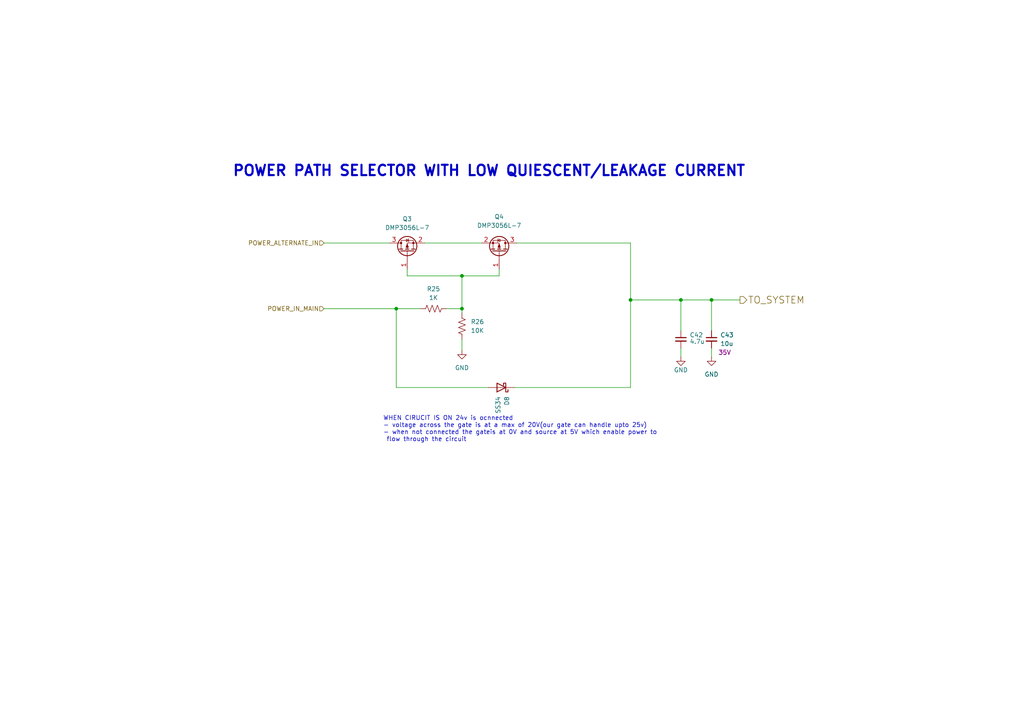
<source format=kicad_sch>
(kicad_sch (version 20230121) (generator eeschema)
  (paper "A4")
  (title_block (title "ELIESTAR") (date "2023-06-20") (rev "2.0") (company "GEVITON") (comment 2 "Reviewed By: Timoty Kyalo") (comment 3 "Designed By: Robert Mutura") (comment 4 "ELIESTAR"))
  (lib_symbols
    (symbol "Device:C_Small" (pin_numbers hide) (pin_names (offset 0.254) hide)
      (property "Reference" "C" (at 0.254 1.778 0))
      (property "Value" "C_Small" (at 0.254 -2.032 0))
      (symbol "C_Small_0_1"
        (polyline (pts (xy -1.524 -0.508) (xy 1.524 -0.508)) (stroke (width 0.3302)))
        (polyline (pts (xy -1.524 0.508) (xy 1.524 0.508)) (stroke (width 0.3048)))
      )
      (symbol "C_Small_1_1"
        (pin passive line (at 0 2.54 270) (length 2.032) (name "~") (number "1"))
        (pin passive line (at 0 -2.54 90) (length 2.032) (name "~") (number "2"))
      )
    )
    (symbol "Device:D_Schottky" (pin_numbers hide) (pin_names (offset 1.016) hide)
      (property "Reference" "D" (at 0 2.54 0))
      (property "Value" "D_Schottky" (at 0 -2.54 0))
      (symbol "D_Schottky_0_1"
        (polyline (pts (xy 1.27 0) (xy -1.27 0)))
        (polyline (pts (xy 1.27 1.27) (xy 1.27 -1.27) (xy -1.27 0) (xy 1.27 1.27)) (stroke (width 0.254)))
        (polyline (pts (xy -1.905 0.635) (xy -1.905 1.27) (xy -1.27 1.27) (xy -1.27 -1.27) (xy -0.635 -1.27) (xy -0.635 -0.635)) (stroke (width 0.254)))
      )
      (symbol "D_Schottky_1_1"
        (pin passive line (at -3.81 0 0) (length 2.54) (name "K") (number "1"))
        (pin passive line (at 3.81 0 180) (length 2.54) (name "A") (number "2"))
      )
    )
    (symbol "Device:Q_PMOS_GSD" (pin_names (offset 0) hide)
      (property "Reference" "Q" (at 5.08 1.27 0))
      (property "Value" "Q_PMOS_GSD" (at 5.08 -1.27 0))
      (symbol "Q_PMOS_GSD_0_1"
        (polyline (pts (xy 0.254 0) (xy -2.54 0)))
        (polyline (pts (xy 0.254 1.905) (xy 0.254 -1.905)) (stroke (width 0.254)))
        (polyline (pts (xy 0.762 -1.27) (xy 0.762 -2.286)) (stroke (width 0.254)))
        (polyline (pts (xy 0.762 0.508) (xy 0.762 -0.508)) (stroke (width 0.254)))
        (polyline (pts (xy 0.762 2.286) (xy 0.762 1.27)) (stroke (width 0.254)))
        (polyline (pts (xy 2.54 2.54) (xy 2.54 1.778)))
        (polyline (pts (xy 2.54 -2.54) (xy 2.54 0) (xy 0.762 0)))
        (polyline (pts (xy 0.762 1.778) (xy 3.302 1.778) (xy 3.302 -1.778) (xy 0.762 -1.778)))
        (polyline (pts (xy 2.286 0) (xy 1.27 0.381) (xy 1.27 -0.381) (xy 2.286 0)) (fill (type outline)))
        (polyline (pts (xy 2.794 -0.508) (xy 2.921 -0.381) (xy 3.683 -0.381) (xy 3.81 -0.254)))
        (polyline (pts (xy 3.302 -0.381) (xy 2.921 0.254) (xy 3.683 0.254) (xy 3.302 -0.381)))
        (circle (center 1.651 0) (radius 2.794) (stroke (width 0.254)))
        (circle (center 2.54 -1.778) (radius 0.254) (fill (type outline)))
        (circle (center 2.54 1.778) (radius 0.254) (fill (type outline)))
      )
      (symbol "Q_PMOS_GSD_1_1"
        (pin input line (at -5.08 0 0) (length 2.54) (name "G") (number "1"))
        (pin passive line (at 2.54 -5.08 90) (length 2.54) (name "S") (number "2"))
        (pin passive line (at 2.54 5.08 270) (length 2.54) (name "D") (number "3"))
      )
    )
    (symbol "Device:R_US" (pin_numbers hide) (pin_names (offset 0))
      (property "Reference" "R" (at 2.54 0 90))
      (property "Value" "R_US" (at -2.54 0 90))
      (symbol "R_US_0_1"
        (polyline (pts (xy 0 -2.286) (xy 0 -2.54)))
        (polyline (pts (xy 0 2.286) (xy 0 2.54)))
        (polyline (pts (xy 0 -0.762) (xy 1.016 -1.143) (xy 0 -1.524) (xy -1.016 -1.905) (xy 0 -2.286)))
        (polyline (pts (xy 0 0.762) (xy 1.016 0.381) (xy 0 0) (xy -1.016 -0.381) (xy 0 -0.762)))
        (polyline (pts (xy 0 2.286) (xy 1.016 1.905) (xy 0 1.524) (xy -1.016 1.143) (xy 0 0.762)))
      )
      (symbol "R_US_1_1"
        (pin passive line (at 0 3.81 270) (length 1.27) (name "~") (number "1"))
        (pin passive line (at 0 -3.81 90) (length 1.27) (name "~") (number "2"))
      )
    )
    (symbol "power:GND" (power) (pin_names (offset 0))
      (property "Value" "GND" (at 0 -3.81 0))
      (symbol "GND_0_1"
        (polyline (pts (xy 0 0) (xy 0 -1.27) (xy 1.27 -1.27) (xy 0 -2.54) (xy -1.27 -1.27) (xy 0 -1.27)))
      )
      (symbol "GND_1_1"
        (pin power_in line (at 0 0 270) (length 0) hide (name "GND") (number "1"))
      )
    )
  )
  (junction (at 133.985 80.01))
  (junction (at 197.485 86.995))
  (junction (at 114.935 89.535))
  (junction (at 133.985 89.535))
  (junction (at 182.88 86.995))
  (junction (at 206.375 86.995))
  (wire (pts (xy 182.88 86.995) (xy 197.485 86.995)))
  (wire (pts (xy 93.98 89.535) (xy 114.935 89.535)))
  (wire (pts (xy 118.11 78.105) (xy 118.11 80.01)))
  (wire (pts (xy 133.985 98.425) (xy 133.985 101.6)))
  (wire (pts (xy 206.375 100.965) (xy 206.375 103.505)))
  (wire (pts (xy 206.375 86.995) (xy 206.375 95.885)))
  (wire (pts (xy 182.88 86.995) (xy 182.88 70.485)))
  (wire (pts (xy 133.985 80.01) (xy 133.985 89.535)))
  (wire (pts (xy 133.985 80.01) (xy 144.78 80.01)))
  (wire (pts (xy 149.86 70.485) (xy 182.88 70.485)))
  (wire (pts (xy 206.375 86.995) (xy 214.63 86.995)))
  (wire (pts (xy 114.935 89.535) (xy 114.935 112.395)))
  (wire (pts (xy 114.935 89.535) (xy 121.92 89.535)))
  (wire (pts (xy 197.485 100.965) (xy 197.485 103.505)))
  (wire (pts (xy 197.485 86.995) (xy 206.375 86.995)))
  (wire (pts (xy 118.11 80.01) (xy 133.985 80.01)))
  (wire (pts (xy 93.98 70.485) (xy 113.03 70.485)))
  (wire (pts (xy 144.78 80.01) (xy 144.78 78.105)))
  (wire (pts (xy 197.485 86.995) (xy 197.485 95.885)))
  (wire (pts (xy 129.54 89.535) (xy 133.985 89.535)))
  (wire (pts (xy 123.19 70.485) (xy 139.7 70.485)))
  (wire (pts (xy 133.985 89.535) (xy 133.985 90.805)))
  (wire (pts (xy 182.88 112.395) (xy 182.88 86.995)))
  (wire (pts (xy 149.225 112.395) (xy 182.88 112.395)))
  (wire (pts (xy 114.935 112.395) (xy 141.605 112.395)))
  (text "WHEN CIRUCIT IS ON 24v is ocnnected\n- voltage across the gate is at a max of 20V(our gate can handle upto 25v)\n- when not connected the gateis at 0V and source at 5V which enable power to\n flow through the circuit" (at 111.125 128.27 0) (effects (font (size 1.27 1.27)) (justify left bottom)))
  (text "POWER PATH SELECTOR WITH LOW QUIESCENT/LEAKAGE CURRENT" (at 67.31 51.435 0) (effects (font (size 3 3) bold) (justify left bottom)))
  (hierarchical_label "TO_SYSTEM" (shape output) (at 214.63 86.995 0) (effects (font (size 2 2))))
  (hierarchical_label "POWER_IN_MAIN" (shape input) (at 93.98 89.535 180))
  (hierarchical_label "POWER_ALTERNATE_IN" (shape input) (at 93.98 70.485 180))
  (symbol (lib_id "power:GND") (at 133.985 101.6 0) (unit 1)
    (property "Reference" "#PWR059" (effects hide))
    (property "Value" "GND" (at 133.985 106.68 0))
  )
  (symbol (lib_id "power:GND") (at 197.485 103.505 0) (unit 1)
    (property "Reference" "#PWR060" (effects hide))
    (property "Value" "GND" (at 197.485 107.315 0))
  )
  (symbol (lib_id "Device:R_US") (at 133.985 94.615 0) (unit 1)
    (property "Reference" "R26" (at 136.525 93.3449 0) (effects (justify left)))
    (property "Value" "10K" (at 136.525 95.8849 0) (effects (justify left)))
    (property "Footprint" "Resistor_SMD:R_0603_1608Metric" (effects hide))
  )
  (symbol (lib_id "Device:R_US") (at 125.73 89.535 90) (unit 1)
    (property "Reference" "R25" (at 125.73 83.82 90))
    (property "Value" "1K" (at 125.73 86.36 90))
    (property "Footprint" "Resistor_SMD:R_0603_1608Metric" (effects hide))
  )
  (symbol (lib_id "Device:C_Small") (at 197.485 98.425 0) (unit 1)
    (property "Reference" "C42" (at 200.025 97.1612 0) (effects (justify left)))
    (property "Value" "4.7u" (at 200.025 99.06 0) (effects (justify left)))
    (property "Footprint" "Capacitor_SMD:C_0603_1608Metric" (effects hide))
  )
  (symbol (lib_id "Device:D_Schottky") (at 145.415 112.395 180) (unit 1)
    (property "Reference" "D8" (at 147.0026 114.935 90) (effects (justify left)))
    (property "Value" "SS34" (at 144.4626 114.935 90) (effects (justify left)))
    (property "Footprint" "Diode_SMD:D_SMA" (effects hide))
  )
  (symbol (lib_id "Device:Q_PMOS_GSD") (at 144.78 73.025 270) (mirror x) (unit 1)
    (property "Reference" "Q4" (at 144.78 62.865 90))
    (property "Value" "DMP3056L-7" (at 144.78 65.405 90))
    (property "Footprint" "Package_TO_SOT_SMD:SOT-23" (effects hide))
  )
  (symbol (lib_id "Device:C_Small") (at 206.375 98.425 0) (unit 1)
    (property "Reference" "C43" (at 208.915 97.1612 0) (effects (justify left)))
    (property "Value" "10u" (at 208.915 99.695 0) (effects (justify left)))
    (property "Footprint" "Capacitor_SMD:C_0603_1608Metric" (effects hide))
    (property "VOLTAGE" "35V" (at 210.185 102.235 0))
  )
  (symbol (lib_id "Device:Q_PMOS_GSD") (at 118.11 73.025 90) (unit 1)
    (property "Reference" "Q3" (at 118.11 63.5 90))
    (property "Value" "DMP3056L-7" (at 118.11 66.04 90))
    (property "Footprint" "Package_TO_SOT_SMD:SOT-23" (effects hide))
  )
  (symbol (lib_id "power:GND") (at 206.375 103.505 0) (unit 1)
    (property "Reference" "#PWR061" (effects hide))
    (property "Value" "GND" (at 206.375 108.585 0))
  )
)
</source>
